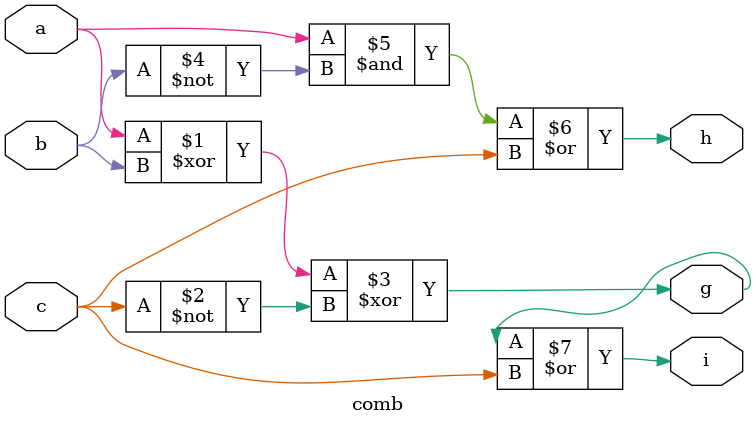
<source format=v>
module comb(
    input a,
    input b,
    input c,

    output g,
    output h,
    output i
);

assign g = a ^ b ^ ~c;
assign h = a & ~b | c;
assign i = g | c;

endmodule
</source>
